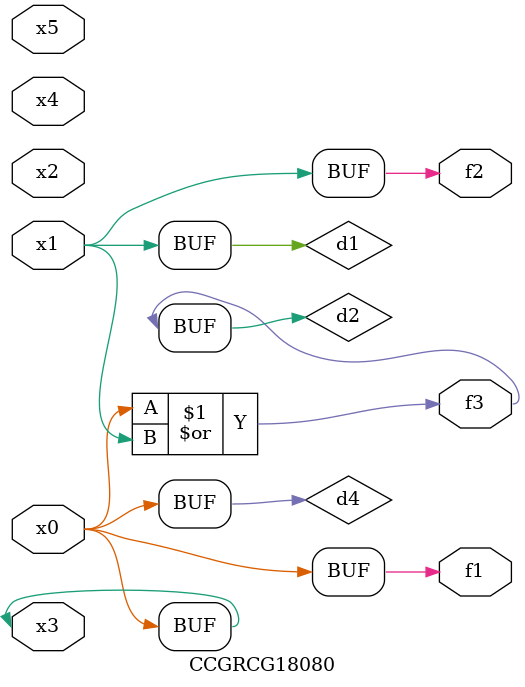
<source format=v>
module CCGRCG18080(
	input x0, x1, x2, x3, x4, x5,
	output f1, f2, f3
);

	wire d1, d2, d3, d4;

	and (d1, x1);
	or (d2, x0, x1);
	nand (d3, x0, x5);
	buf (d4, x0, x3);
	assign f1 = d4;
	assign f2 = d1;
	assign f3 = d2;
endmodule

</source>
